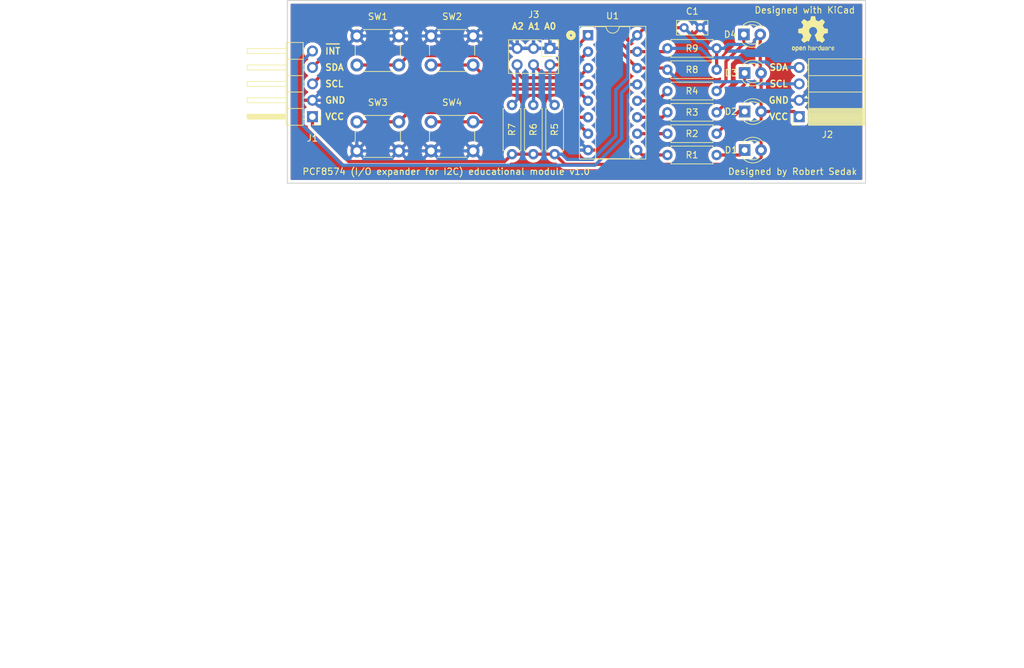
<source format=kicad_pcb>
(kicad_pcb (version 20211014) (generator pcbnew)
  (title_block (title "PCF8574 educational module") (rev "1.0") (company "License: CC-BY-SA 4.0") (comment 1 "Designed by Robert Sedak"))
  (layers (0 "F.Cu" signal) (31 "B.Cu" signal) (34 "B.Paste" user) (35 "F.Paste" user) (36 "B.SilkS" user "B.Silkscreen") (37 "F.SilkS" user "F.Silkscreen") (38 "B.Mask" user) (39 "F.Mask" user) (44 "Edge.Cuts" user))
  (net 0 "")
  (net 1 "VCC")
  (net 2 "SCL")
  (net 3 "Net-(J3-Pad6)")
  (net 4 "Net-(D1-Pad1)")
  (net 5 "Net-(R1-Pad2)")
  (net 6 "Net-(R2-Pad2)")
  (net 7 "Net-(D2-Pad1)")
  (net 8 "Net-(D3-Pad1)")
  (net 9 "Net-(R3-Pad2)")
  (net 10 "Net-(R4-Pad2)")
  (net 11 "Net-(D4-Pad1)")
  (net 12 "Net-(J3-Pad2)")
  (net 13 "Net-(J3-Pad4)")
  (net 14 "SDA")
  (net 15 "Net-(SW1-Pad1)")
  (net 16 "Net-(SW2-Pad1)")
  (net 17 "Net-(SW3-Pad1)")
  (net 18 "Net-(SW4-Pad1)")
  (net 19 "GND")
  (net 20 "INT")
  (footprint "Resistor_THT:R_Axial_DIN0207_L6.3mm_D2.5mm_P7.62mm_Horizontal" (layer "F.Cu") (at 126.2126 101.727 180)
    (fp_text reference "R8" (at 3.81 0 180) (layer "F.SilkS"))
    (fp_text value "4,7R")
    (pad "1" thru_hole circle (at 0 0 180) (size 1.6 1.6) (drill 0.8) (layers *.Cu *.Mask) (net 1 "VCC"))
    (pad "2" thru_hole oval (at 7.62 0 180) (size 1.6 1.6) (drill 0.8) (layers *.Cu *.Mask) (net 2 "SCL"))
  )
  (footprint "Resistor_THT:R_Axial_DIN0207_L6.3mm_D2.5mm_P7.62mm_Horizontal" (layer "F.Cu") (at 94.526 114.808 90)
    (fp_text reference "R7" (at 3.81 0 90) (layer "F.SilkS"))
    (fp_text value "10K")
    (pad "1" thru_hole circle (at 0 0 90) (size 1.6 1.6) (drill 0.8) (layers *.Cu *.Mask) (net 1 "VCC"))
    (pad "2" thru_hole oval (at 7.62 0 90) (size 1.6 1.6) (drill 0.8) (layers *.Cu *.Mask) (net 3 "Net-(J3-Pad6)"))
  )
  (footprint "Resistor_THT:R_Axial_DIN0207_L6.3mm_D2.5mm_P7.62mm_Horizontal" (layer "F.Cu") (at 126.2126 114.935 180)
    (fp_text reference "R1" (at 3.81 0 180) (layer "F.SilkS"))
    (fp_text value "1K")
    (pad "1" thru_hole circle (at 0 0 180) (size 1.6 1.6) (drill 0.8) (layers *.Cu *.Mask) (net 4 "Net-(D1-Pad1)"))
    (pad "2" thru_hole oval (at 7.62 0 180) (size 1.6 1.6) (drill 0.8) (layers *.Cu *.Mask) (net 5 "Net-(R1-Pad2)"))
  )
  (footprint "Resistor_THT:R_Axial_DIN0207_L6.3mm_D2.5mm_P7.62mm_Horizontal" (layer "F.Cu") (at 126.2126 111.633 180)
    (fp_text reference "R2" (at 3.81 0 180) (layer "F.SilkS"))
    (fp_text value "1K")
    (pad "1" thru_hole circle (at 0 0 180) (size 1.6 1.6) (drill 0.8) (layers *.Cu *.Mask) (net 7 "Net-(D2-Pad1)"))
    (pad "2" thru_hole oval (at 7.62 0 180) (size 1.6 1.6) (drill 0.8) (layers *.Cu *.Mask) (net 6 "Net-(R2-Pad2)"))
  )
  (footprint "Resistor_THT:R_Axial_DIN0207_L6.3mm_D2.5mm_P7.62mm_Horizontal" (layer "F.Cu") (at 126.2126 108.331 180)
    (fp_text reference "R3" (at 3.81 0 180) (layer "F.SilkS"))
    (fp_text value "1K")
    (pad "1" thru_hole circle (at 0 0 180) (size 1.6 1.6) (drill 0.8) (layers *.Cu *.Mask) (net 8 "Net-(D3-Pad1)"))
    (pad "2" thru_hole oval (at 7.62 0 180) (size 1.6 1.6) (drill 0.8) (layers *.Cu *.Mask) (net 9 "Net-(R3-Pad2)"))
  )
  (footprint "Resistor_THT:R_Axial_DIN0207_L6.3mm_D2.5mm_P7.62mm_Horizontal" (layer "F.Cu") (at 126.2126 105.029 180)
    (fp_text reference "R4" (at 3.81 0 180) (layer "F.SilkS"))
    (fp_text value "1K")
    (pad "1" thru_hole circle (at 0 0 180) (size 1.6 1.6) (drill 0.8) (layers *.Cu *.Mask) (net 11 "Net-(D4-Pad1)"))
    (pad "2" thru_hole oval (at 7.62 0 180) (size 1.6 1.6) (drill 0.8) (layers *.Cu *.Mask) (net 10 "Net-(R4-Pad2)"))
  )
  (footprint "Resistor_THT:R_Axial_DIN0207_L6.3mm_D2.5mm_P7.62mm_Horizontal" (layer "F.Cu") (at 101.13 114.808 90)
    (fp_text reference "R5" (at 3.81 0 90) (layer "F.SilkS"))
    (fp_text value "10K")
    (pad "1" thru_hole circle (at 0 0 90) (size 1.6 1.6) (drill 0.8) (layers *.Cu *.Mask) (net 1 "VCC"))
    (pad "2" thru_hole oval (at 7.62 0 90) (size 1.6 1.6) (drill 0.8) (layers *.Cu *.Mask) (net 12 "Net-(J3-Pad2)"))
  )
  (footprint "Resistor_THT:R_Axial_DIN0207_L6.3mm_D2.5mm_P7.62mm_Horizontal" (layer "F.Cu") (at 97.828 114.808 90)
    (fp_text reference "R6" (at 3.81 0 90) (layer "F.SilkS"))
    (fp_text value "10K")
    (pad "1" thru_hole circle (at 0 0 90) (size 1.6 1.6) (drill 0.8) (layers *.Cu *.Mask) (net 1 "VCC"))
    (pad "2" thru_hole oval (at 7.62 0 90) (size 1.6 1.6) (drill 0.8) (layers *.Cu *.Mask) (net 13 "Net-(J3-Pad4)"))
  )
  (footprint "Resistor_THT:R_Axial_DIN0207_L6.3mm_D2.5mm_P7.62mm_Horizontal" (layer "F.Cu") (at 126.2126 98.425 180)
    (fp_text reference "R9" (at 3.81 0 180) (layer "F.SilkS"))
    (fp_text value "4,7R")
    (pad "1" thru_hole circle (at 0 0 180) (size 1.6 1.6) (drill 0.8) (layers *.Cu *.Mask) (net 1 "VCC"))
    (pad "2" thru_hole oval (at 7.62 0 180) (size 1.6 1.6) (drill 0.8) (layers *.Cu *.Mask) (net 14 "SDA"))
  )
  (footprint "Package_DIP:DIP-16_W7.62mm_Socket" (layer "F.Cu") (at 106.299 96.393)
    (fp_text reference "U1" (at 3.81 -3) (layer "F.SilkS"))
    (fp_text value "PCF8574A")
    (pad "1" thru_hole rect (at 0 0) (size 1.6 1.6) (drill 0.8) (layers *.Cu *.Mask) (net 12 "Net-(J3-Pad2)"))
    (pad "2" thru_hole oval (at 0 2.54) (size 1.6 1.6) (drill 0.8) (layers *.Cu *.Mask) (net 13 "Net-(J3-Pad4)"))
    (pad "3" thru_hole oval (at 0 5.08) (size 1.6 1.6) (drill 0.8) (layers *.Cu *.Mask) (net 3 "Net-(J3-Pad6)"))
    (pad "4" thru_hole oval (at 0 7.62) (size 1.6 1.6) (drill 0.8) (layers *.Cu *.Mask) (net 15 "Net-(SW1-Pad1)"))
    (pad "5" thru_hole oval (at 0 10.16) (size 1.6 1.6) (drill 0.8) (layers *.Cu *.Mask) (net 16 "Net-(SW2-Pad1)"))
    (pad "6" thru_hole oval (at 0 12.7) (size 1.6 1.6) (drill 0.8) (layers *.Cu *.Mask) (net 17 "Net-(SW3-Pad1)"))
    (pad "7" thru_hole oval (at 0 15.24) (size 1.6 1.6) (drill 0.8) (layers *.Cu *.Mask) (net 18 "Net-(SW4-Pad1)"))
    (pad "8" thru_hole oval (at 0 17.78) (size 1.6 1.6) (drill 0.8) (layers *.Cu *.Mask) (net 19 "GND"))
    (pad "9" thru_hole oval (at 7.62 17.78) (size 1.6 1.6) (drill 0.8) (layers *.Cu *.Mask) (net 5 "Net-(R1-Pad2)"))
    (pad "10" thru_hole oval (at 7.62 15.24) (size 1.6 1.6) (drill 0.8) (layers *.Cu *.Mask) (net 6 "Net-(R2-Pad2)"))
    (pad "11" thru_hole oval (at 7.62 12.7) (size 1.6 1.6) (drill 0.8) (layers *.Cu *.Mask) (net 9 "Net-(R3-Pad2)"))
    (pad "12" thru_hole oval (at 7.62 10.16) (size 1.6 1.6) (drill 0.8) (layers *.Cu *.Mask) (net 10 "Net-(R4-Pad2)"))
    (pad "13" thru_hole oval (at 7.62 7.62) (size 1.6 1.6) (drill 0.8) (layers *.Cu *.Mask) (net 20 "INT"))
    (pad "14" thru_hole oval (at 7.62 5.08) (size 1.6 1.6) (drill 0.8) (layers *.Cu *.Mask) (net 2 "SCL"))
    (pad "15" thru_hole oval (at 7.62 2.54) (size 1.6 1.6) (drill 0.8) (layers *.Cu *.Mask) (net 14 "SDA"))
    (pad "16" thru_hole oval (at 7.62 0) (size 1.6 1.6) (drill 0.8) (layers *.Cu *.Mask) (net 1 "VCC"))
  )
  (footprint "LED_THT:LED_D3.0mm" (layer "F.Cu") (at 130.429 96.266)
    (fp_text reference "D4" (at -2.1 0) (layer "F.SilkS"))
    (fp_text value "LED")
    (pad "1" thru_hole rect (at 0 0) (size 1.8 1.8) (drill 0.9) (layers *.Cu *.Mask) (net 11 "Net-(D4-Pad1)"))
    (pad "2" thru_hole circle (at 2.54 0) (size 1.8 1.8) (drill 0.9) (layers *.Cu *.Mask) (net 1 "VCC"))
  )
  (footprint "LED_THT:LED_D3.0mm" (layer "F.Cu") (at 130.556 102.235)
    (fp_text reference "D3" (at -2.1 0) (layer "F.SilkS"))
    (fp_text value "LED")
    (pad "1" thru_hole rect (at 0 0) (size 1.8 1.8) (drill 0.9) (layers *.Cu *.Mask) (net 8 "Net-(D3-Pad1)"))
    (pad "2" thru_hole circle (at 2.54 0) (size 1.8 1.8) (drill 0.9) (layers *.Cu *.Mask) (net 1 "VCC"))
  )
  (footprint "LED_THT:LED_D3.0mm" (layer "F.Cu") (at 130.556 108.204)
    (fp_text reference "D2" (at -2.1 0) (layer "F.SilkS"))
    (fp_text value "LED")
    (pad "1" thru_hole rect (at 0 0) (size 1.8 1.8) (drill 0.9) (layers *.Cu *.Mask) (net 7 "Net-(D2-Pad1)"))
    (pad "2" thru_hole circle (at 2.54 0) (size 1.8 1.8) (drill 0.9) (layers *.Cu *.Mask) (net 1 "VCC"))
  )
  (footprint "LED_THT:LED_D3.0mm" (layer "F.Cu") (at 130.556 114.173)
    (fp_text reference "D1" (at -2.1 0) (layer "F.SilkS"))
    (fp_text value "LED")
    (pad "1" thru_hole rect (at 0 0) (size 1.8 1.8) (drill 0.9) (layers *.Cu *.Mask) (net 4 "Net-(D1-Pad1)"))
    (pad "2" thru_hole circle (at 2.54 0) (size 1.8 1.8) (drill 0.9) (layers *.Cu *.Mask) (net 1 "VCC"))
  )
  (footprint "Connector_PinSocket_2.54mm:PinSocket_1x04_P2.54mm_Horizontal" (layer "F.Cu") (at 139 109 180)
    (fp_text reference "J2" (at -4.38 -2.77 180) (layer "F.SilkS"))
    (fp_text value "Conn_01x04")
    (pad "1" thru_hole rect (at 0 0 180) (size 1.7 1.7) (drill 1) (layers *.Cu *.Mask) (net 1 "VCC"))
    (pad "2" thru_hole oval (at 0 2.54 180) (size 1.7 1.7) (drill 1) (layers *.Cu *.Mask) (net 19 "GND"))
    (pad "3" thru_hole oval (at 0 5.08 180) (size 1.7 1.7) (drill 1) (layers *.Cu *.Mask) (net 2 "SCL"))
    (pad "4" thru_hole oval (at 0 7.62 180) (size 1.7 1.7) (drill 1) (layers *.Cu *.Mask) (net 14 "SDA"))
  )
  (footprint "Connector_PinHeader_2.54mm:PinHeader_2x03_P2.54mm_Vertical" (layer "F.Cu") (at 100.4 98.425 -90)
    (fp_text reference "J3" (at -5.2324 2.5084) (layer "F.SilkS"))
    (fp_text value "Conn_02x03_Odd_Even")
    (pad "1" thru_hole rect (at 0 0 270) (size 1.7 1.7) (drill 1) (layers *.Cu *.Mask) (net 19 "GND"))
    (pad "2" thru_hole oval (at 2.54 0 270) (size 1.7 1.7) (drill 1) (layers *.Cu *.Mask) (net 12 "Net-(J3-Pad2)"))
    (pad "3" thru_hole oval (at 0 2.54 270) (size 1.7 1.7) (drill 1) (layers *.Cu *.Mask) (net 19 "GND"))
    (pad "4" thru_hole oval (at 2.54 2.54 270) (size 1.7 1.7) (drill 1) (layers *.Cu *.Mask) (net 13 "Net-(J3-Pad4)"))
    (pad "5" thru_hole oval (at 0 5.08 270) (size 1.7 1.7) (drill 1) (layers *.Cu *.Mask) (net 19 "GND"))
    (pad "6" thru_hole oval (at 2.54 5.08 270) (size 1.7 1.7) (drill 1) (layers *.Cu *.Mask) (net 3 "Net-(J3-Pad6)"))
  )
  (footprint "Capacitor_THT:C_Rect_L4.6mm_W2.0mm_P2.50mm_MKS02_FKP02" (layer "F.Cu") (at 121.1834 95.2246)
    (fp_text reference "C1" (at 1.27 -2.54) (layer "F.SilkS"))
    (fp_text value "100nF")
    (pad "1" thru_hole circle (at 0 0) (size 1.4 1.4) (drill 0.7) (layers *.Cu *.Mask) (net 1 "VCC"))
    (pad "2" thru_hole circle (at 2.5 0) (size 1.4 1.4) (drill 0.7) (layers *.Cu *.Mask) (net 19 "GND"))
  )
  (footprint "Button_Switch_THT:SW_PUSH_6mm" (layer "F.Cu") (at 77 101 180)
    (fp_text reference "SW1" (at 3.25 7.5 180) (layer "F.SilkS"))
    (fp_text value "SW_Push")
    (pad "1" thru_hole circle (at 6.5 0 270) (size 2 2) (drill 1.1) (layers *.Cu *.Mask) (net 15 "Net-(SW1-Pad1)"))
    (pad "1" thru_hole circle (at 0 0 270) (size 2 2) (drill 1.1) (layers *.Cu *.Mask) (net 15 "Net-(SW1-Pad1)"))
    (pad "2" thru_hole circle (at 0 4.5 270) (size 2 2) (drill 1.1) (layers *.Cu *.Mask) (net 19 "GND"))
    (pad "2" thru_hole circle (at 6.5 4.5 270) (size 2 2) (drill 1.1) (layers *.Cu *.Mask) (net 19 "GND"))
  )
  (footprint "Button_Switch_THT:SW_PUSH_6mm" (layer "F.Cu") (at 88.5 101 180)
    (fp_text reference "SW2" (at 3.25 7.5 180) (layer "F.SilkS"))
    (fp_text value "SW_Push")
    (pad "1" thru_hole circle (at 0 0 270) (size 2 2) (drill 1.1) (layers *.Cu *.Mask) (net 16 "Net-(SW2-Pad1)"))
    (pad "1" thru_hole circle (at 6.5 0 270) (size 2 2) (drill 1.1) (layers *.Cu *.Mask) (net 16 "Net-(SW2-Pad1)"))
    (pad "2" thru_hole circle (at 6.5 4.5 270) (size 2 2) (drill 1.1) (layers *.Cu *.Mask) (net 19 "GND"))
    (pad "2" thru_hole circle (at 0 4.5 270) (size 2 2) (drill 1.1) (layers *.Cu *.Mask) (net 19 "GND"))
  )
  (footprint "Button_Switch_THT:SW_PUSH_6mm" (layer "F.Cu") (at 70.5 109.8)
    (fp_text reference "SW3" (at 3.25 -3) (layer "F.SilkS"))
    (fp_text value "SW_Push")
    (pad "1" thru_hole circle (at 0 0 90) (size 2 2) (drill 1.1) (layers *.Cu *.Mask) (net 17 "Net-(SW3-Pad1)"))
    (pad "1" thru_hole circle (at 6.5 0 90) (size 2 2) (drill 1.1) (layers *.Cu *.Mask) (net 17 "Net-(SW3-Pad1)"))
    (pad "2" thru_hole circle (at 0 4.5 90) (size 2 2) (drill 1.1) (layers *.Cu *.Mask) (net 19 "GND"))
    (pad "2" thru_hole circle (at 6.5 4.5 90) (size 2 2) (drill 1.1) (layers *.Cu *.Mask) (net 19 "GND"))
  )
  (footprint "Button_Switch_THT:SW_PUSH_6mm" (layer "F.Cu") (at 82 109.8)
    (fp_text reference "SW4" (at 3.25 -3) (layer "F.SilkS"))
    (fp_text value "SW_Push")
    (pad "1" thru_hole circle (at 6.5 0 90) (size 2 2) (drill 1.1) (layers *.Cu *.Mask) (net 18 "Net-(SW4-Pad1)"))
    (pad "1" thru_hole circle (at 0 0 90) (size 2 2) (drill 1.1) (layers *.Cu *.Mask) (net 18 "Net-(SW4-Pad1)"))
    (pad "2" thru_hole circle (at 6.5 4.5 90) (size 2 2) (drill 1.1) (layers *.Cu *.Mask) (net 19 "GND"))
    (pad "2" thru_hole circle (at 0 4.5 90) (size 2 2) (drill 1.1) (layers *.Cu *.Mask) (net 19 "GND"))
  )
  (footprint "Connector_PinHeader_2.54mm:PinHeader_1x05_P2.54mm_Horizontal" (layer "F.Cu") (at 63.627 109 180)
    (fp_text reference "J1" (at 0 -3.3442 180) (layer "F.SilkS"))
    (fp_text value "Conn_01x05`")
    (pad "1" thru_hole rect (at 0 0 180) (size 1.7 1.7) (drill 1) (layers *.Cu *.Mask) (net 1 "VCC"))
    (pad "2" thru_hole oval (at 0 2.54 180) (size 1.7 1.7) (drill 1) (layers *.Cu *.Mask) (net 19 "GND"))
    (pad "3" thru_hole oval (at 0 5.08 180) (size 1.7 1.7) (drill 1) (layers *.Cu *.Mask) (net 2 "SCL"))
    (pad "4" thru_hole oval (at 0 7.62 180) (size 1.7 1.7) (drill 1) (layers *.Cu *.Mask) (net 14 "SDA"))
    (pad "5" thru_hole oval (at 0 10.16 180) (size 1.7 1.7) (drill 1) (layers *.Cu *.Mask) (net 20 "INT"))
  )
  (footprint "Symbol:OSHW-Logo2_7.3x6mm_SilkScreen" (layer "F.Cu") (at 141.15 96.2)
    (fp_text reference "REF**" hide)
    (fp_text value "OSHW-Logo2_7.3x6mm_SilkScreen" hide)
  )
  (gr_line (start 65.786 97.7392) (end 67.7672 97.7392) (layer "F.SilkS") (width 0.2))
  (gr_circle (center 103.6574 96.393) (end 103.811902 96.393) (layer "F.SilkS") (width 0.6) (fill none))
  (gr_line (start 59.7408 91.0082) (end 59.7408 119.3) (layer "Edge.Cuts") (width 0.15))
  (gr_line (start 149.2758 91.0082) (end 59.7408 91.0082) (layer "Edge.Cuts") (width 0.15))
  (gr_line (start 59.7408 119.3) (end 149.2758 119.3) (layer "Edge.Cuts") (width 0.15))
  (gr_line (start 149.2758 119.3) (end 149.2758 91.0082) (layer "Edge.Cuts") (width 0.15))
  (gr_text "A2" (at 95.4348 95) (layer "F.SilkS") (effects (font (size 1 1) (thickness 0.2))))
  (gr_text "PCF8574 (I/O expander for I2C) educational module v1.0" (at 62 117.5) (layer "F.SilkS") (effects (font (size 1 1)) (justify left)))
  (gr_text "Designed by Robert Sedak" (at 137.9728 117.5) (layer "F.SilkS") (effects (font (size 1 1))))
  (gr_text "VCC" (at 65.5 108.9914) (layer "F.SilkS") (effects (font (size 1 1) (thickness 0.2)) (justify left)))
  (gr_text "SDA" (at 65.5 101.3714) (layer "F.SilkS") (effects (font (size 1 1) (thickness 0.2)) (justify left)))
  (gr_text "SCL" (at 135.834 103.9114) (layer "F.SilkS") (effects (font (size 1 1) (thickness 0.2))))
  (gr_text "GND" (at 135.834 106.4514) (layer "F.SilkS") (effects (font (size 1 1) (thickness 0.2))))
  (gr_text "SDA" (at 135.834 101.3714) (layer "F.SilkS") (effects (font (size 1 1) (thickness 0.2))))
  (gr_text "VCC" (at 135.834 108.9914) (layer "F.SilkS") (effects (font (size 1 1) (thickness 0.2))))
  (gr_text "INT" (at 65.5 98.8568) (layer "F.SilkS") (effects (font (size 1 1) (thickness 0.2)) (justify left)))
  (gr_text "SCL" (at 65.5 103.9114) (layer "F.SilkS") (effects (font (size 1 1) (thickness 0.2)) (justify left)))
  (gr_text "Designed with KiCad" (at 132 92.5) (layer "F.SilkS") (effects (font (size 1 1)) (justify left)))
  (gr_text "A1" (at 97.9678 95) (layer "F.SilkS") (effects (font (size 1 1) (thickness 0.2))))
  (gr_text "GND" (at 65.5 106.4514) (layer "F.SilkS") (effects (font (size 1 1) (thickness 0.2)) (justify left)))
  (gr_text "A0" (at 100.4348 95) (layer "F.SilkS") (effects (font (size 1 1) (thickness 0.2))))
  (segment (start 101.13 114.808) (end 102.707001 116.385001) (width 0.5) (layer "F.Cu") (net 1))
  (segment (start 132.969 102.108) (end 133.096 102.235) (width 0.5) (layer "F.Cu") (net 1))
  (segment (start 126.2126 98.425) (end 126.2126 101.727) (width 0.5) (layer "F.Cu") (net 1))
  (segment (start 133.096 102.235) (end 133.096 103.507792) (width 0.5) (layer "F.Cu") (net 1))
  (segment (start 97.828 114.808) (end 101.13 114.808) (width 0.5) (layer "F.Cu") (net 1))
  (segment (start 121.1834 95.2246) (end 115.0874 95.2246) (width 0.5) (layer "F.Cu") (net 1))
  (segment (start 132.156791 116.385001) (end 133.096 115.445792) (width 0.5) (layer "F.Cu") (net 1))
  (segment (start 115.0874 95.2246) (end 113.919 96.393) (width 0.5) (layer "F.Cu") (net 1))
  (segment (start 63.627 109) (end 63.627 110.35) (width 0.5) (layer "F.Cu") (net 1))
  (segment (start 102.707001 116.385001) (end 132.156791 116.385001) (width 0.5) (layer "F.Cu") (net 1))
  (segment (start 93.726001 115.607999) (end 94.526 114.808) (width 0.5) (layer "F.Cu") (net 1))
  (segment (start 133.096 108.204) (end 133.096 109.476792) (width 0.5) (layer "F.Cu") (net 1))
  (segment (start 133.096 109.476792) (end 133.096 114.173) (width 0.5) (layer "F.Cu") (net 1))
  (segment (start 133.096 108.204) (end 138.204 108.204) (width 0.5) (layer "F.Cu") (net 1))
  (segment (start 138.204 108.204) (end 139 109) (width 0.5) (layer "F.Cu") (net 1))
  (segment (start 69.227001 115.950001) (end 93.383999 115.950001) (width 0.5) (layer "F.Cu") (net 1))
  (segment (start 94.526 114.808) (end 97.828 114.808) (width 0.5) (layer "F.Cu") (net 1))
  (segment (start 93.383999 115.950001) (end 93.726001 115.607999) (width 0.5) (layer "F.Cu") (net 1))
  (segment (start 133.096 115.445792) (end 133.096 114.173) (width 0.5) (layer "F.Cu") (net 1))
  (segment (start 63.627 110.35) (end 69.227001 115.950001) (width 0.5) (layer "F.Cu") (net 1))
  (segment (start 132.969 96.266) (end 132.969 102.108) (width 0.5) (layer "F.Cu") (net 1))
  (segment (start 133.096 103.507792) (end 133.096 108.204) (width 0.5) (layer "F.Cu") (net 1))
  (segment (start 101.13 114.808) (end 102.26137 114.808) (width 0.5) (layer "B.Cu") (net 1))
  (segment (start 106.995001 115.623001) (end 103.076371 115.623001) (width 0.5) (layer "B.Cu") (net 1))
  (segment (start 126.2126 98.425) (end 127.34397 98.425) (width 0.5) (layer "B.Cu") (net 1))
  (segment (start 110.60599 112.012012) (end 106.995001 115.623001) (width 0.5) (layer "B.Cu") (net 1))
  (segment (start 123.98903 97.3328) (end 123.2916 97.3328) (width 0.5) (layer "B.Cu") (net 1))
  (segment (start 127.34397 98.425) (end 127.952969 97.816001) (width 0.5) (layer "B.Cu") (net 1))
  (segment (start 112.4712 102.997) (end 112.468999 102.994799) (width 0.5) (layer "B.Cu") (net 1))
  (segment (start 123.2916 97.3328) (end 121.883399 95.924599) (width 0.5) (layer "B.Cu") (net 1))
  (segment (start 127.952969 97.816001) (end 131.849001 97.816001) (width 0.5) (layer "B.Cu") (net 1))
  (segment (start 110.60599 105.2576) (end 110.60599 112.012012) (width 0.5) (layer "B.Cu") (net 1))
  (segment (start 113.119001 97.192999) (end 113.919 96.393) (width 0.5) (layer "B.Cu") (net 1))
  (segment (start 132.069001 97.165999) (end 132.969 96.266) (width 0.5) (layer "B.Cu") (net 1))
  (segment (start 125.08123 98.425) (end 123.98903 97.3328) (width 0.5) (layer "B.Cu") (net 1))
  (segment (start 102.26137 114.808) (end 103.076371 115.623001) (width 0.5) (layer "B.Cu") (net 1))
  (segment (start 131.849001 97.816001) (end 132.069001 97.596001) (width 0.5) (layer "B.Cu") (net 1))
  (segment (start 110.60599 104.86221) (end 112.4712 102.997) (width 0.5) (layer "B.Cu") (net 1))
  (segment (start 121.883399 95.924599) (end 121.1834 95.2246) (width 0.5) (layer "B.Cu") (net 1))
  (segment (start 126.2126 98.425) (end 125.08123 98.425) (width 0.5) (layer "B.Cu") (net 1))
  (segment (start 132.069001 97.596001) (end 132.069001 97.165999) (width 0.5) (layer "B.Cu") (net 1))
  (segment (start 110.60599 105.2576) (end 110.60599 104.86221) (width 0.5) (layer "B.Cu") (net 1))
  (segment (start 112.468999 102.994799) (end 112.468999 97.843001) (width 0.5) (layer "B.Cu") (net 1))
  (segment (start 112.468999 97.843001) (end 113.119001 97.192999) (width 0.5) (layer "B.Cu") (net 1))
  (segment (start 107.210199 94.764199) (end 69.793799 94.764199) (width 0.5) (layer "F.Cu") (net 2))
  (segment (start 66.294 98.263998) (end 66.294 101.253) (width 0.5) (layer "F.Cu") (net 2))
  (segment (start 66.294 101.253) (end 63.627 103.92) (width 0.5) (layer "F.Cu") (net 2))
  (segment (start 118.3386 101.473) (end 118.5926 101.727) (width 0.5) (layer "F.Cu") (net 2))
  (segment (start 113.919 101.473) (end 107.210199 94.764199) (width 0.5) (layer "F.Cu") (net 2))
  (segment (start 113.919 101.473) (end 118.3386 101.473) (width 0.5) (layer "F.Cu") (net 2))
  (segment (start 69.793799 94.764199) (end 66.294 98.263998) (width 0.5) (layer "F.Cu") (net 2))
  (segment (start 132.151999 103.585001) (end 132.486998 103.92) (width 0.5) (layer "B.Cu") (net 2))
  (segment (start 118.5926 101.727) (end 120.450601 103.585001) (width 0.5) (layer "B.Cu") (net 2))
  (segment (start 137.797919 103.92) (end 139 103.92) (width 0.5) (layer "B.Cu") (net 2))
  (segment (start 120.450601 103.585001) (end 132.151999 103.585001) (width 0.5) (layer "B.Cu") (net 2))
  (segment (start 132.486998 103.92) (end 137.797919 103.92) (width 0.5) (layer "B.Cu") (net 2))
  (segment (start 96.11793 102.965011) (end 104.806989 102.965011) (width 0.5) (layer "F.Cu") (net 3))
  (segment (start 105.499001 102.272999) (end 106.299 101.473) (width 0.5) (layer "F.Cu") (net 3))
  (segment (start 95.32 100.965) (end 95.32 102.167081) (width 0.5) (layer "F.Cu") (net 3))
  (segment (start 104.806989 102.965011) (end 105.499001 102.272999) (width 0.5) (layer "F.Cu") (net 3))
  (segment (start 95.32 102.167081) (end 96.11793 102.965011) (width 0.5) (layer "F.Cu") (net 3))
  (segment (start 95.32 106.394) (end 94.526 107.188) (width 0.5) (layer "B.Cu") (net 3))
  (segment (start 95.32 100.965) (end 95.32 106.394) (width 0.5) (layer "B.Cu") (net 3))
  (segment (start 126.2126 114.935) (end 129.794 114.935) (width 0.5) (layer "F.Cu") (net 4))
  (segment (start 129.794 114.935) (end 130.556 114.173) (width 0.5) (layer "F.Cu") (net 4))
  (segment (start 118.5926 114.935) (end 114.681 114.935) (width 0.5) (layer "F.Cu") (net 5))
  (segment (start 114.681 114.935) (end 113.919 114.173) (width 0.5) (layer "F.Cu") (net 5))
  (segment (start 113.919 111.633) (end 118.5926 111.633) (width 0.5) (layer "F.Cu") (net 6))
  (segment (start 126.2126 111.633) (end 129.6416 108.204) (width 0.5) (layer "F.Cu") (net 7))
  (segment (start 129.6416 108.204) (end 130.556 108.204) (width 0.5) (layer "F.Cu") (net 7))
  (segment (start 130.556 103.9876) (end 130.556 102.235) (width 0.5) (layer "F.Cu") (net 8))
  (segment (start 126.2126 108.331) (end 130.556 103.9876) (width 0.5) (layer "F.Cu") (net 8))
  (segment (start 113.919 109.093) (end 117.8306 109.093) (width 0.5) (layer "F.Cu") (net 9))
  (segment (start 117.8306 109.093) (end 118.5926 108.331) (width 0.5) (layer "F.Cu") (net 9))
  (segment (start 113.919 106.553) (end 117.0686 106.553) (width 0.5) (layer "F.Cu") (net 10))
  (segment (start 117.0686 106.553) (end 118.5926 105.029) (width 0.5) (layer "F.Cu") (net 10))
  (segment (start 130.429 97.666) (end 130.429 96.266) (width 0.5) (layer "F.Cu") (net 11))
  (segment (start 127.662601 103.578999) (end 127.662601 100.432399) (width 0.5) (layer "F.Cu") (net 11))
  (segment (start 126.2126 105.029) (end 127.662601 103.578999) (width 0.5) (layer "F.Cu") (net 11))
  (segment (start 127.662601 100.432399) (end 130.429 97.666) (width 0.5) (layer "F.Cu") (net 11))
  (segment (start 101.727 100.965) (end 100.4 100.965) (width 0.5) (layer "F.Cu") (net 12))
  (segment (start 106.299 96.393) (end 101.727 100.965) (width 0.5) (layer "F.Cu") (net 12))
  (segment (start 100.4 106.458) (end 101.13 107.188) (width 0.5) (layer "B.Cu") (net 12))
  (segment (start 100.4 100.965) (end 100.4 106.458) (width 0.5) (layer "B.Cu") (net 12))
  (segment (start 99.160001 102.265001) (end 102.966999 102.265001) (width 0.5) (layer "F.Cu") (net 13))
  (segment (start 105.499001 99.732999) (end 106.299 98.933) (width 0.5) (layer "F.Cu") (net 13))
  (segment (start 97.86 100.965) (end 99.160001 102.265001) (width 0.5) (layer "F.Cu") (net 13))
  (segment (start 102.966999 102.265001) (end 105.499001 99.732999) (width 0.5) (layer "F.Cu") (net 13))
  (segment (start 97.86 100.965) (end 97.86 107.156) (width 0.5) (layer "B.Cu") (net 13))
  (segment (start 97.86 107.156) (end 97.828 107.188) (width 0.5) (layer "B.Cu") (net 13))
  (segment (start 69.503847 94.064189) (end 65.3288 98.239236) (width 0.5) (layer "F.Cu") (net 14))
  (segment (start 113.919 98.933) (end 118.0846 98.933) (width 0.5) (layer "F.Cu") (net 14))
  (segment (start 65.3288 99.6782) (end 63.627 101.38) (width 0.5) (layer "F.Cu") (net 14))
  (segment (start 113.919 98.933) (end 112.78763 98.933) (width 0.5) (layer "F.Cu") (net 14))
  (segment (start 112.78763 98.933) (end 107.918819 94.064189) (width 0.5) (layer "F.Cu") (net 14))
  (segment (start 65.3288 98.239236) (end 65.3288 99.6782) (width 0.5) (layer "F.Cu") (net 14))
  (segment (start 118.0846 98.933) (end 118.5926 98.425) (width 0.5) (layer "F.Cu") (net 14))
  (segment (start 107.918819 94.064189) (end 69.503847 94.064189) (width 0.5) (layer "F.Cu") (net 14))
  (segment (start 139 101.38) (end 137.797919 101.38) (width 0.5) (layer "B.Cu") (net 14))
  (segment (start 134.007201 100.530001) (end 130.450193 100.530001) (width 0.5) (layer "B.Cu") (net 14))
  (segment (start 137.797919 101.38) (end 137.789319 101.3714) (width 0.5) (layer "B.Cu") (net 14))
  (segment (start 123.7488 98.425) (end 118.5926 98.425) (width 0.5) (layer "B.Cu") (net 14))
  (segment (start 134.8486 101.3714) (end 134.007201 100.530001) (width 0.5) (layer "B.Cu") (net 14))
  (segment (start 130.450193 100.530001) (end 129.795193 99.875001) (width 0.5) (layer "B.Cu") (net 14))
  (segment (start 137.789319 101.3714) (end 134.8486 101.3714) (width 0.5) (layer "B.Cu") (net 14))
  (segment (start 125.198801 99.875001) (end 123.7488 98.425) (width 0.5) (layer "B.Cu") (net 14))
  (segment (start 129.795193 99.875001) (end 125.198801 99.875001) (width 0.5) (layer "B.Cu") (net 14))
  (segment (start 78.450001 99.549999) (end 89.288399 99.549999) (width 0.5) (layer "F.Cu") (net 15))
  (segment (start 89.288399 99.549999) (end 93.7514 104.013) (width 0.5) (layer "F.Cu") (net 15))
  (segment (start 70.5 101) (end 77 101) (width 0.5) (layer "F.Cu") (net 15))
  (segment (start 77 101) (end 78.450001 99.549999) (width 0.5) (layer "F.Cu") (net 15))
  (segment (start 93.7514 104.013) (end 106.299 104.013) (width 0.5) (layer "F.Cu") (net 15))
  (segment (start 83.414213 101) (end 88.5 101) (width 0.5) (layer "F.Cu") (net 16))
  (segment (start 89.499999 101.999999) (end 88.5 101) (width 0.5) (layer "F.Cu") (net 16))
  (segment (start 106.299 106.553) (end 104.45901 104.71301) (width 0.5) (layer "F.Cu") (net 16))
  (segment (start 104.45901 104.71301) (end 92.21301 104.71301) (width 0.5) (layer "F.Cu") (net 16))
  (segment (start 82 101) (end 83.414213 101) (width 0.5) (layer "F.Cu") (net 16))
  (segment (start 92.21301 104.71301) (end 89.499999 101.999999) (width 0.5) (layer "F.Cu") (net 16))
  (segment (start 89.196001 108.349999) (end 78.450001 108.349999) (width 0.5) (layer "F.Cu") (net 17))
  (segment (start 77 109.8) (end 70.5 109.8) (width 0.5) (layer "F.Cu") (net 17))
  (segment (start 89.939002 109.093) (end 89.196001 108.349999) (width 0.5) (layer "F.Cu") (net 17))
  (segment (start 78.450001 108.349999) (end 77.999999 108.800001) (width 0.5) (layer "F.Cu") (net 17))
  (segment (start 106.299 109.093) (end 89.939002 109.093) (width 0.5) (layer "F.Cu") (net 17))
  (segment (start 77.999999 108.800001) (end 77 109.8) (width 0.5) (layer "F.Cu") (net 17))
  (segment (start 104.466 109.8) (end 106.299 111.633) (width 0.5) (layer "F.Cu") (net 18))
  (segment (start 82 109.8) (end 88.5 109.8) (width 0.5) (layer "F.Cu") (net 18))
  (segment (start 88.5 109.8) (end 104.466 109.8) (width 0.5) (layer "F.Cu") (net 18))
  (segment (start 65.127001 101.872999) (end 65.127001 104.959999) (width 0.5) (layer "B.Cu") (net 19))
  (segment (start 140.500001 100.659999) (end 140.500001 104.959999) (width 0.5) (layer "B.Cu") (net 19))
  (segment (start 70.5 96.5) (end 65.127001 101.872999) (width 0.5) (layer "B.Cu") (net 19))
  (segment (start 88.5 96.5) (end 93.395 96.5) (width 0.5) (layer "B.Cu") (net 19))
  (segment (start 77 96.5) (end 78.414213 96.5) (width 0.5) (layer "B.Cu") (net 19))
  (segment (start 64.476999 107.309999) (end 64.924212 107.309999) (width 0.5) (layer "B.Cu") (net 19))
  (segment (start 140.500001 104.959999) (end 139.849999 105.610001) (width 0.5) (layer "B.Cu") (net 19))
  (segment (start 97.86 98.425) (end 100.4 98.425) (width 0.5) (layer "B.Cu") (net 19))
  (segment (start 70.5 112.885787) (end 70.5 114.3) (width 0.5) (layer "B.Cu") (net 19))
  (segment (start 82 114.3) (end 88.5 114.3) (width 0.5) (layer "B.Cu") (net 19))
  (segment (start 70.5 114.3) (end 71.914213 114.3) (width 0.5) (layer "B.Cu") (net 19))
  (segment (start 95.32 98.425) (end 97.86 98.425) (width 0.5) (layer "B.Cu") (net 19))
  (segment (start 105.426001 113.300001) (end 105.499001 113.373001) (width 0.5) (layer "B.Cu") (net 19))
  (segment (start 65.127001 104.959999) (end 64.476999 105.610001) (width 0.5) (layer "B.Cu") (net 19))
  (segment (start 106.172 114.3) (end 106.299 114.173) (width 0.5) (layer "B.Cu") (net 19))
  (segment (start 101.75 98.425) (end 103.971214 96.203786) (width 0.5) (layer "B.Cu") (net 19))
  (segment (start 103.971214 96.203786) (end 103.971214 94.942999) (width 0.5) (layer "B.Cu") (net 19))
  (segment (start 63.627 106.46) (end 64.476999 107.309999) (width 0.5) (layer "B.Cu") (net 19))
  (segment (start 139.849999 105.610001) (end 139 106.46) (width 0.5) (layer "B.Cu") (net 19))
  (segment (start 103.971214 94.942999) (end 105.039614 93.874599) (width 0.5) (layer "B.Cu") (net 19))
  (segment (start 93.395 96.5) (end 95.32 98.425) (width 0.5) (layer "B.Cu") (net 19))
  (segment (start 64.924212 107.309999) (end 70.5 112.885787) (width 0.5) (layer "B.Cu") (net 19))
  (segment (start 105.499001 113.373001) (end 106.299 114.173) (width 0.5) (layer "B.Cu") (net 19))
  (segment (start 70.5 96.5) (end 77 96.5) (width 0.5) (layer "B.Cu") (net 19))
  (segment (start 100.4 98.425) (end 101.75 98.425) (width 0.5) (layer "B.Cu") (net 19))
  (segment (start 134.364603 94.524601) (end 140.500001 100.659999) (width 0.5) (layer "B.Cu") (net 19))
  (segment (start 89.499999 113.300001) (end 105.426001 113.300001) (width 0.5) (layer "B.Cu") (net 19))
  (segment (start 82 96.5) (end 83.414213 96.5) (width 0.5) (layer "B.Cu") (net 19))
  (segment (start 122.333399 93.874599) (end 122.983401 94.524601) (width 0.5) (layer "B.Cu") (net 19))
  (segment (start 77 114.3) (end 82 114.3) (width 0.5) (layer "B.Cu") (net 19))
  (segment (start 71.914213 114.3) (end 77 114.3) (width 0.5) (layer "B.Cu") (net 19))
  (segment (start 124.383399 94.524601) (end 134.364603 94.524601) (width 0.5) (layer "B.Cu") (net 19))
  (segment (start 122.983401 94.524601) (end 123.6834 95.2246) (width 0.5) (layer "B.Cu") (net 19))
  (segment (start 106.1508 114.0248) (end 106.299 114.173) (width 0.5) (layer "B.Cu") (net 19))
  (segment (start 123.6834 95.2246) (end 124.383399 94.524601) (width 0.5) (layer "B.Cu") (net 19))
  (segment (start 64.476999 105.610001) (end 63.627 106.46) (width 0.5) (layer "B.Cu") (net 19))
  (segment (start 88.5 114.3) (end 89.499999 113.300001) (width 0.5) (layer "B.Cu") (net 19))
  (segment (start 83.414213 96.5) (end 88.5 96.5) (width 0.5) (layer "B.Cu") (net 19))
  (segment (start 105.039614 93.874599) (end 122.333399 93.874599) (width 0.5) (layer "B.Cu") (net 19))
  (segment (start 78.414213 96.5) (end 82 96.5) (width 0.5) (layer "B.Cu") (net 19))
  (segment (start 112.78763 104.013) (end 111.506 105.29463) (width 0.5) (layer "B.Cu") (net 20))
  (segment (start 111.506 112.384808) (end 107.367797 116.523011) (width 0.5) (layer "B.Cu") (net 20))
  (segment (start 113.919 104.013) (end 112.78763 104.013) (width 0.5) (layer "B.Cu") (net 20))
  (segment (start 107.367797 116.523011) (end 68.280009 116.523011) (width 0.5) (layer "B.Cu") (net 20))
  (segment (start 62.777001 99.689999) (end 63.627 98.84) (width 0.5) (layer "B.Cu") (net 20))
  (segment (start 68.280009 116.523011) (end 62.126999 110.370001) (width 0.5) (layer "B.Cu") (net 20))
  (segment (start 62.126999 110.370001) (end 62.126999 100.340001) (width 0.5) (layer "B.Cu") (net 20))
  (segment (start 62.126999 100.340001) (end 62.777001 99.689999) (width 0.5) (layer "B.Cu") (net 20))
  (segment (start 111.506 105.29463) (end 111.506 112.384808) (width 0.5) (layer "B.Cu") (net 20))
  (zone (net 19) (net_name "GND") (layer "F.Cu") (connect_pads (clearance 0.508)) (min_thickness 0.254) (fill yes (thermal_gap 0.508) (thermal_bridge_width 0.508))
    (polygon (pts (xy 59.7662 119.3038) (xy 149.2758 119.3038) (xy 149.2758 91.0336) (xy 59.7408 91.0336)))
  )
  (zone (net 19) (net_name "GND") (layer "B.Cu") (connect_pads (clearance 0.508)) (min_thickness 0.254) (fill yes (thermal_gap 0.508) (thermal_bridge_width 0.508))
    (polygon (pts (xy 59.7662 119.3038) (xy 149.2758 119.3038) (xy 149.2758 91.0336) (xy 59.7408 91.0336)))
  )
)
</source>
